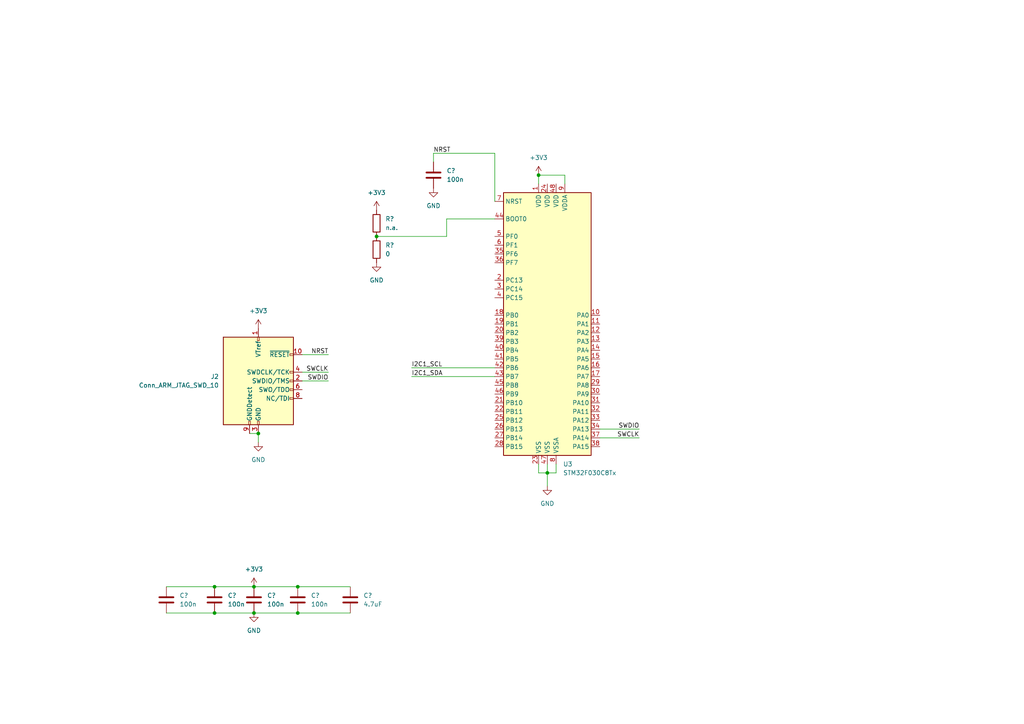
<source format=kicad_sch>
(kicad_sch (version 20211123) (generator eeschema)
  (paper "A4")
  (lib_symbols
    (symbol "Connector:Conn_ARM_JTAG_SWD_10" (pin_names (offset 1.016))
      (property "Reference" "J" (at -2.54 16.51 0))
      (property "Value" "Conn_ARM_JTAG_SWD_10" (at -2.54 13.97 0))
      (symbol "Conn_ARM_JTAG_SWD_10_0_1"
        (rectangle (start -10.16 12.7) (end 10.16 -12.7) (stroke (width 0.254)) (fill (type background)))
        (rectangle (start -2.794 -12.7) (end -2.286 -11.684))
        (rectangle (start -0.254 -12.7) (end 0.254 -11.684))
        (rectangle (start -0.254 12.7) (end 0.254 11.684))
        (rectangle (start 9.144 2.286) (end 10.16 2.794))
        (rectangle (start 10.16 -2.794) (end 9.144 -2.286))
        (rectangle (start 10.16 -0.254) (end 9.144 0.254))
        (rectangle (start 10.16 7.874) (end 9.144 7.366))
      )
      (symbol "Conn_ARM_JTAG_SWD_10_1_1"
        (rectangle (start 9.144 -5.334) (end 10.16 -4.826))
        (pin power_in line (at 0 15.24 270) (length 2.54) (name "VTref") (number "1"))
        (pin open_collector line (at 12.7 7.62 180) (length 2.54) (name "~{RESET}") (number "10"))
        (pin bidirectional line (at 12.7 0 180) (length 2.54) (name "SWDIO/TMS") (number "2"))
        (pin power_in line (at 0 -15.24 90) (length 2.54) (name "GND") (number "3"))
        (pin output line (at 12.7 2.54 180) (length 2.54) (name "SWDCLK/TCK") (number "4"))
        (pin passive line (at 0 -15.24 90) (length 2.54) hide (name "GND") (number "5"))
        (pin input line (at 12.7 -2.54 180) (length 2.54) (name "SWO/TDO") (number "6"))
        (pin no_connect line (at -10.16 0 0) (length 2.54) hide (name "KEY") (number "7"))
        (pin output line (at 12.7 -5.08 180) (length 2.54) (name "NC/TDI") (number "8"))
        (pin passive line (at -2.54 -15.24 90) (length 2.54) (name "GNDDetect") (number "9"))
      )
    )
    (symbol "Device:C" (pin_numbers hide) (pin_names (offset 0.254))
      (property "Reference" "C" (at 0.635 2.54 0))
      (property "Value" "C" (at 0.635 -2.54 0))
      (symbol "C_0_1"
        (polyline (pts (xy -2.032 -0.762) (xy 2.032 -0.762)) (stroke (width 0.508)))
        (polyline (pts (xy -2.032 0.762) (xy 2.032 0.762)) (stroke (width 0.508)))
      )
      (symbol "C_1_1"
        (pin passive line (at 0 3.81 270) (length 2.794) (name "~") (number "1"))
        (pin passive line (at 0 -3.81 90) (length 2.794) (name "~") (number "2"))
      )
    )
    (symbol "Device:R" (pin_numbers hide) (pin_names (offset 0))
      (property "Reference" "R" (at 2.032 0 90))
      (property "Value" "R" (at 0 0 90))
      (symbol "R_0_1"
        (rectangle (start -1.016 -2.54) (end 1.016 2.54) (stroke (width 0.254)))
      )
      (symbol "R_1_1"
        (pin passive line (at 0 3.81 270) (length 1.27) (name "~") (number "1"))
        (pin passive line (at 0 -3.81 90) (length 1.27) (name "~") (number "2"))
      )
    )
    (symbol "MCU_ST_STM32F0:STM32F030C8Tx"
      (property "Reference" "U" (at -12.7 39.37 0))
      (property "Value" "STM32F030C8Tx" (at 7.62 39.37 0))
      (symbol "STM32F030C8Tx_0_1"
        (rectangle (start -12.7 -38.1) (end 12.7 38.1) (stroke (width 0.254)) (fill (type background)))
      )
      (symbol "STM32F030C8Tx_1_1"
        (pin power_in line (at -2.54 40.64 270) (length 2.54) (name "VDD") (number "1"))
        (pin bidirectional line (at 15.24 2.54 180) (length 2.54) (name "PA0") (number "10"))
        (pin bidirectional line (at 15.24 0 180) (length 2.54) (name "PA1") (number "11"))
        (pin bidirectional line (at 15.24 -2.54 180) (length 2.54) (name "PA2") (number "12"))
        (pin bidirectional line (at 15.24 -5.08 180) (length 2.54) (name "PA3") (number "13"))
        (pin bidirectional line (at 15.24 -7.62 180) (length 2.54) (name "PA4") (number "14"))
        (pin bidirectional line (at 15.24 -10.16 180) (length 2.54) (name "PA5") (number "15"))
        (pin bidirectional line (at 15.24 -12.7 180) (length 2.54) (name "PA6") (number "16"))
        (pin bidirectional line (at 15.24 -15.24 180) (length 2.54) (name "PA7") (number "17"))
        (pin bidirectional line (at -15.24 2.54 0) (length 2.54) (name "PB0") (number "18"))
        (pin bidirectional line (at -15.24 0 0) (length 2.54) (name "PB1") (number "19"))
        (pin bidirectional line (at -15.24 12.7 0) (length 2.54) (name "PC13") (number "2"))
        (pin bidirectional line (at -15.24 -2.54 0) (length 2.54) (name "PB2") (number "20"))
        (pin bidirectional line (at -15.24 -22.86 0) (length 2.54) (name "PB10") (number "21"))
        (pin bidirectional line (at -15.24 -25.4 0) (length 2.54) (name "PB11") (number "22"))
        (pin power_in line (at -2.54 -40.64 90) (length 2.54) (name "VSS") (number "23"))
        (pin power_in line (at 0 40.64 270) (length 2.54) (name "VDD") (number "24"))
        (pin bidirectional line (at -15.24 -27.94 0) (length 2.54) (name "PB12") (number "25"))
        (pin bidirectional line (at -15.24 -30.48 0) (length 2.54) (name "PB13") (number "26"))
        (pin bidirectional line (at -15.24 -33.02 0) (length 2.54) (name "PB14") (number "27"))
        (pin bidirectional line (at -15.24 -35.56 0) (length 2.54) (name "PB15") (number "28"))
        (pin bidirectional line (at 15.24 -17.78 180) (length 2.54) (name "PA8") (number "29"))
        (pin bidirectional line (at -15.24 10.16 0) (length 2.54) (name "PC14") (number "3"))
        (pin bidirectional line (at 15.24 -20.32 180) (length 2.54) (name "PA9") (number "30"))
        (pin bidirectional line (at 15.24 -22.86 180) (length 2.54) (name "PA10") (number "31"))
        (pin bidirectional line (at 15.24 -25.4 180) (length 2.54) (name "PA11") (number "32"))
        (pin bidirectional line (at 15.24 -27.94 180) (length 2.54) (name "PA12") (number "33"))
        (pin bidirectional line (at 15.24 -30.48 180) (length 2.54) (name "PA13") (number "34"))
        (pin bidirectional line (at -15.24 20.32 0) (length 2.54) (name "PF6") (number "35"))
        (pin bidirectional line (at -15.24 17.78 0) (length 2.54) (name "PF7") (number "36"))
        (pin bidirectional line (at 15.24 -33.02 180) (length 2.54) (name "PA14") (number "37"))
        (pin bidirectional line (at 15.24 -35.56 180) (length 2.54) (name "PA15") (number "38"))
        (pin bidirectional line (at -15.24 -5.08 0) (length 2.54) (name "PB3") (number "39"))
        (pin bidirectional line (at -15.24 7.62 0) (length 2.54) (name "PC15") (number "4"))
        (pin bidirectional line (at -15.24 -7.62 0) (length 2.54) (name "PB4") (number "40"))
        (pin bidirectional line (at -15.24 -10.16 0) (length 2.54) (name "PB5") (number "41"))
        (pin bidirectional line (at -15.24 -12.7 0) (length 2.54) (name "PB6") (number "42"))
        (pin bidirectional line (at -15.24 -15.24 0) (length 2.54) (name "PB7") (number "43"))
        (pin input line (at -15.24 30.48 0) (length 2.54) (name "BOOT0") (number "44"))
        (pin bidirectional line (at -15.24 -17.78 0) (length 2.54) (name "PB8") (number "45"))
        (pin bidirectional line (at -15.24 -20.32 0) (length 2.54) (name "PB9") (number "46"))
        (pin power_in line (at 0 -40.64 90) (length 2.54) (name "VSS") (number "47"))
        (pin power_in line (at 2.54 40.64 270) (length 2.54) (name "VDD") (number "48"))
        (pin input line (at -15.24 25.4 0) (length 2.54) (name "PF0") (number "5"))
        (pin input line (at -15.24 22.86 0) (length 2.54) (name "PF1") (number "6"))
        (pin input line (at -15.24 35.56 0) (length 2.54) (name "NRST") (number "7"))
        (pin power_in line (at 2.54 -40.64 90) (length 2.54) (name "VSSA") (number "8"))
        (pin power_in line (at 5.08 40.64 270) (length 2.54) (name "VDDA") (number "9"))
      )
    )
    (symbol "power:+3.3V" (power) (pin_names (offset 0))
      (property "Value" "+3.3V" (at 0 3.556 0))
      (symbol "+3.3V_0_1"
        (polyline (pts (xy -0.762 1.27) (xy 0 2.54)))
        (polyline (pts (xy 0 0) (xy 0 2.54)))
        (polyline (pts (xy 0 2.54) (xy 0.762 1.27)))
      )
      (symbol "+3.3V_1_1"
        (pin power_in line (at 0 0 90) (length 0) hide (name "+3V3") (number "1"))
      )
    )
    (symbol "power:GND" (power) (pin_names (offset 0))
      (property "Value" "GND" (at 0 -3.81 0))
      (symbol "GND_0_1"
        (polyline (pts (xy 0 0) (xy 0 -1.27) (xy 1.27 -1.27) (xy 0 -2.54) (xy -1.27 -1.27) (xy 0 -1.27)))
      )
      (symbol "GND_1_1"
        (pin power_in line (at 0 0 270) (length 0) hide (name "GND") (number "1"))
      )
    )
  )
  (junction (at 73.66 170.18))
  (junction (at 86.36 170.18))
  (junction (at 62.23 177.8))
  (junction (at 156.21 50.8))
  (junction (at 158.75 137.16))
  (junction (at 109.22 68.58))
  (junction (at 74.93 125.73))
  (junction (at 62.23 170.18))
  (junction (at 86.36 177.8))
  (junction (at 73.66 177.8))
  (wire (pts (xy 62.23 177.8) (xy 73.66 177.8)))
  (wire (pts (xy 156.21 50.8) (xy 156.21 53.34)))
  (wire (pts (xy 86.36 177.8) (xy 101.6 177.8)))
  (wire (pts (xy 143.51 63.5) (xy 129.54 63.5)))
  (wire (pts (xy 119.38 106.68) (xy 143.51 106.68)))
  (wire (pts (xy 87.63 107.95) (xy 95.25 107.95)))
  (wire (pts (xy 87.63 102.87) (xy 95.25 102.87)))
  (wire (pts (xy 163.83 50.8) (xy 156.21 50.8)))
  (wire (pts (xy 163.83 53.34) (xy 163.83 50.8)))
  (wire (pts (xy 87.63 110.49) (xy 95.25 110.49)))
  (wire (pts (xy 143.51 44.45) (xy 125.73 44.45)))
  (wire (pts (xy 173.99 124.46) (xy 185.42 124.46)))
  (wire (pts (xy 156.21 134.62) (xy 156.21 137.16)))
  (wire (pts (xy 48.26 170.18) (xy 62.23 170.18)))
  (wire (pts (xy 161.29 134.62) (xy 161.29 137.16)))
  (wire (pts (xy 158.75 137.16) (xy 158.75 140.97)))
  (wire (pts (xy 173.99 127) (xy 185.42 127)))
  (wire (pts (xy 158.75 134.62) (xy 158.75 137.16)))
  (wire (pts (xy 129.54 68.58) (xy 109.22 68.58)))
  (wire (pts (xy 129.54 63.5) (xy 129.54 68.58)))
  (wire (pts (xy 86.36 170.18) (xy 101.6 170.18)))
  (wire (pts (xy 119.38 109.22) (xy 143.51 109.22)))
  (wire (pts (xy 73.66 170.18) (xy 86.36 170.18)))
  (wire (pts (xy 143.51 58.42) (xy 143.51 44.45)))
  (wire (pts (xy 73.66 177.8) (xy 86.36 177.8)))
  (wire (pts (xy 72.39 125.73) (xy 74.93 125.73)))
  (wire (pts (xy 125.73 44.45) (xy 125.73 46.99)))
  (wire (pts (xy 158.75 137.16) (xy 161.29 137.16)))
  (wire (pts (xy 48.26 177.8) (xy 62.23 177.8)))
  (wire (pts (xy 62.23 170.18) (xy 73.66 170.18)))
  (wire (pts (xy 156.21 137.16) (xy 158.75 137.16)))
  (wire (pts (xy 74.93 125.73) (xy 74.93 128.27)))
  (label "SWDIO" (at 95.25 110.49 180))
  (label "I2C1_SCL" (at 119.38 106.68 0))
  (label "SWCLK" (at 95.25 107.95 180))
  (label "SWDIO" (at 185.42 124.46 180))
  (label "I2C1_SDA" (at 119.38 109.22 0))
  (label "NRST" (at 95.25 102.87 180))
  (label "SWCLK" (at 185.42 127 180))
  (label "NRST" (at 125.73 44.45 0))
  (symbol (lib_id "power:GND") (at 158.75 140.97 0) (unit 1)
    (property "Reference" "#PWR?" (effects hide))
    (property "Value" "GND" (at 158.75 146.05 0))
  )
  (symbol (lib_id "power:GND") (at 73.66 177.8 0) (unit 1)
    (property "Reference" "#PWR?" (effects hide))
    (property "Value" "GND" (at 73.66 182.88 0))
  )
  (symbol (lib_id "power:+3.3V") (at 73.66 170.18 0) (unit 1)
    (property "Reference" "#PWR?" (effects hide))
    (property "Value" "+3.3V" (at 73.66 165.1 0))
  )
  (symbol (lib_id "power:+3.3V") (at 109.22 60.96 0) (unit 1)
    (property "Reference" "#PWR?" (effects hide))
    (property "Value" "+3.3V" (at 109.22 55.88 0))
  )
  (symbol (lib_id "MCU_ST_STM32F0:STM32F030C8Tx") (at 158.75 93.98 0) (unit 1)
    (property "Reference" "U3" (at 163.3094 134.62 0) (effects (justify left)))
    (property "Value" "STM32F030C8Tx" (at 163.3094 137.16 0) (effects (justify left)))
    (property "Footprint" "Package_QFP:LQFP-48_7x7mm_P0.5mm" (effects hide))
    (property "Datasheet" "http://www.st.com/st-web-ui/static/active/en/resource/technical/document/datasheet/DM00088500.pdf" (effects hide))
  )
  (symbol (lib_id "Device:C") (at 48.26 173.99 0) (unit 1)
    (property "Reference" "C?" (at 52.07 172.7199 0) (effects (justify left)))
    (property "Value" "100n" (at 52.07 175.2599 0) (effects (justify left)))
    (property "Footprint" "Capacitor_SMD:C_0603_1608Metric" (effects hide))
  )
  (symbol (lib_id "Device:R") (at 109.22 72.39 0) (unit 1)
    (property "Reference" "R?" (at 111.76 71.1199 0) (effects (justify left)))
    (property "Value" "0" (at 111.76 73.6599 0) (effects (justify left)))
    (property "Footprint" "Resistor_SMD:R_0603_1608Metric" (effects hide))
  )
  (symbol (lib_id "power:+3.3V") (at 74.93 95.25 0) (unit 1)
    (property "Reference" "#PWR?" (effects hide))
    (property "Value" "+3.3V" (at 74.93 90.17 0))
  )
  (symbol (lib_id "power:GND") (at 109.22 76.2 0) (unit 1)
    (property "Reference" "#PWR?" (effects hide))
    (property "Value" "GND" (at 109.22 81.28 0))
  )
  (symbol (lib_id "Device:C") (at 73.66 173.99 0) (unit 1)
    (property "Reference" "C?" (at 77.47 172.7199 0) (effects (justify left)))
    (property "Value" "100n" (at 77.47 175.2599 0) (effects (justify left)))
    (property "Footprint" "Capacitor_SMD:C_0603_1608Metric" (effects hide))
  )
  (symbol (lib_id "Device:C") (at 125.73 50.8 0) (unit 1)
    (property "Reference" "C?" (at 129.54 49.5299 0) (effects (justify left)))
    (property "Value" "100n" (at 129.54 52.0699 0) (effects (justify left)))
    (property "Footprint" "Capacitor_SMD:C_0603_1608Metric" (effects hide))
  )
  (symbol (lib_id "power:+3.3V") (at 156.21 50.8 0) (unit 1)
    (property "Reference" "#PWR?" (effects hide))
    (property "Value" "+3.3V" (at 156.21 45.72 0))
  )
  (symbol (lib_id "Device:C") (at 62.23 173.99 0) (unit 1)
    (property "Reference" "C?" (at 66.04 172.7199 0) (effects (justify left)))
    (property "Value" "100n" (at 66.04 175.2599 0) (effects (justify left)))
    (property "Footprint" "Capacitor_SMD:C_0603_1608Metric" (effects hide))
  )
  (symbol (lib_id "Device:R") (at 109.22 64.77 0) (unit 1)
    (property "Reference" "R?" (at 111.76 63.4999 0) (effects (justify left)))
    (property "Value" "n.a." (at 111.76 66.0399 0) (effects (justify left)))
    (property "Footprint" "Resistor_SMD:R_0603_1608Metric" (effects hide))
  )
  (symbol (lib_id "Device:C") (at 101.6 173.99 0) (unit 1)
    (property "Reference" "C?" (at 105.41 172.7199 0) (effects (justify left)))
    (property "Value" "4.7uF" (at 105.41 175.2599 0) (effects (justify left)))
    (property "Footprint" "Capacitor_SMD:C_0805_2012Metric" (effects hide))
  )
  (symbol (lib_id "power:GND") (at 125.73 54.61 0) (unit 1)
    (property "Reference" "#PWR?" (effects hide))
    (property "Value" "GND" (at 125.73 59.69 0))
  )
  (symbol (lib_id "power:GND") (at 74.93 128.27 0) (unit 1)
    (property "Reference" "#PWR?" (effects hide))
    (property "Value" "GND" (at 74.93 133.35 0))
  )
  (symbol (lib_id "Device:C") (at 86.36 173.99 0) (unit 1)
    (property "Reference" "C?" (at 90.17 172.7199 0) (effects (justify left)))
    (property "Value" "100n" (at 90.17 175.2599 0) (effects (justify left)))
    (property "Footprint" "Capacitor_SMD:C_0603_1608Metric" (effects hide))
  )
  (symbol (lib_id "Connector:Conn_ARM_JTAG_SWD_10") (at 74.93 110.49 0) (unit 1)
    (property "Reference" "J2" (at 63.5 109.2199 0) (effects (justify right)))
    (property "Value" "Conn_ARM_JTAG_SWD_10" (at 63.5 111.7599 0) (effects (justify right)))
    (property "Footprint" "Connector_PinHeader_1.27mm:PinHeader_2x05_P1.27mm_Vertical_SMD" (effects hide))
    (property "Datasheet" "http://infocenter.arm.com/help/topic/com.arm.doc.ddi0314h/DDI0314H_coresight_components_trm.pdf" (effects hide))
  )
)
</source>
